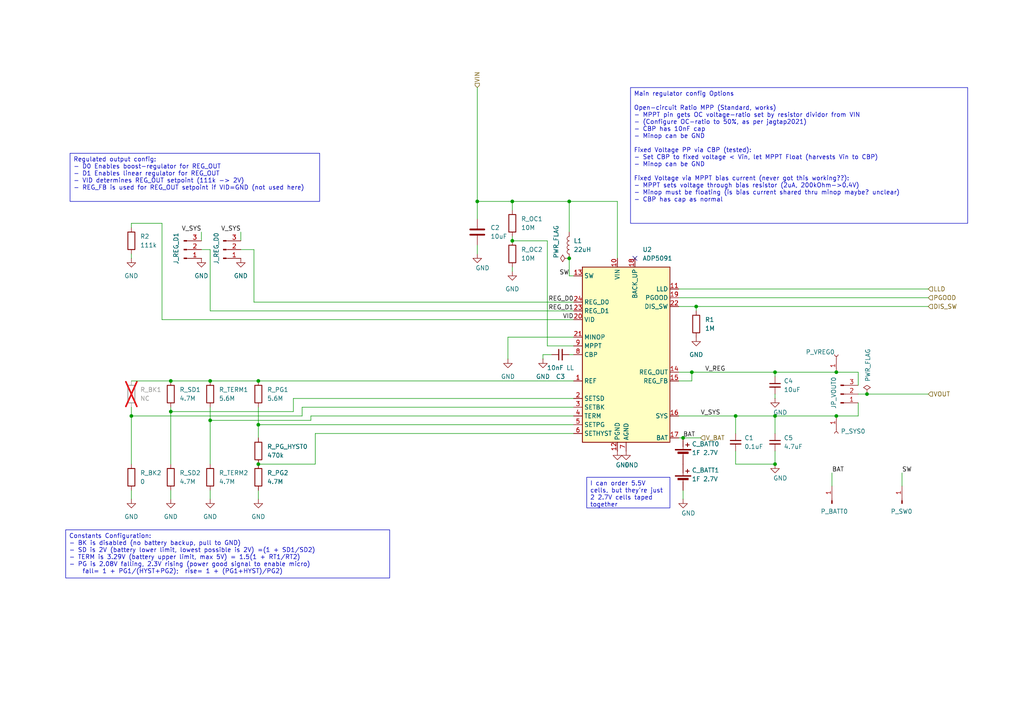
<source format=kicad_sch>
(kicad_sch (version 20231120) (generator "eeschema") (generator_version "8.0")
  (paper "A4")
  (title_block (title "Cathodic Protection Sensor Mk1") (date "2024-06-10") (rev "B"))
  (lib_symbols
    (symbol "Battery_Management:ADP5091"
      (property "Reference" "U2" (at 4.7341 30.48 0))
      (property "Value" "ADP5091" (at 4.7341 27.94 0))
      (symbol "ADP5091_0_1"
        (rectangle (start -12.7 25.4) (end 12.7 -25.4) (stroke (width 0.254)) (fill (type background)))
      )
      (symbol "ADP5091_1_1"
        (pin passive line (at -15.24 -7.62 0) (length 2.54) (name "REF") (number "1"))
        (pin power_in line (at -2.54 27.94 270) (length 2.54) (name "VIN") (number "10"))
        (pin output line (at 15.24 19.05 180) (length 2.54) (name "LLD") (number "11"))
        (pin power_in line (at -2.54 -27.94 90) (length 2.54) (name "PGND") (number "12"))
        (pin power_in line (at -15.24 22.86 0) (length 2.54) (name "SW") (number "13"))
        (pin power_out line (at 15.24 -5.08 180) (length 2.54) (name "REG_OUT") (number "14"))
        (pin input line (at 15.24 -7.62 180) (length 2.54) (name "REG_FB") (number "15"))
        (pin power_out line (at 15.24 -17.78 180) (length 2.54) (name "SYS") (number "16"))
        (pin power_out line (at 15.24 -24.13 180) (length 2.54) (name "BAT") (number "17"))
        (pin power_in line (at 2.54 27.94 270) (length 2.54) (name "BACK_UP") (number "18"))
        (pin output line (at 15.24 16.51 180) (length 2.54) (name "PGOOD") (number "19"))
        (pin passive line (at -15.24 -12.7 0) (length 2.54) (name "SETSD") (number "2"))
        (pin input line (at -15.24 10.16 0) (length 2.54) (name "VID") (number "20"))
        (pin passive line (at -15.24 5.08 0) (length 2.54) (name "MINOP") (number "21"))
        (pin input line (at 15.24 13.97 180) (length 2.54) (name "DIS_SW") (number "22"))
        (pin input line (at -15.24 12.7 0) (length 2.54) (name "REG_D1") (number "23"))
        (pin input line (at -15.24 15.24 0) (length 2.54) (name "REG_D0") (number "24"))
        (pin passive line (at 0 -27.94 90) (length 2.54) hide (name "AGND") (number "25"))
        (pin passive line (at -15.24 -15.24 0) (length 2.54) (name "SETBK") (number "3"))
        (pin passive line (at -15.24 -17.78 0) (length 2.54) (name "TERM") (number "4"))
        (pin passive line (at -15.24 -20.32 0) (length 2.54) (name "SETPG") (number "5"))
        (pin passive line (at -15.24 -22.86 0) (length 2.54) (name "SETHYST") (number "6"))
        (pin power_in line (at 0 -27.94 90) (length 2.54) (name "AGND") (number "7"))
        (pin passive line (at -15.24 0 0) (length 2.54) (name "CBP") (number "8"))
        (pin input line (at -15.24 2.54 0) (length 2.54) (name "MPPT") (number "9"))
      )
    )
    (symbol "Connector:Conn_01x01_Pin" (pin_names (offset 1.016) hide)
      (property "Reference" "J" (at 0 2.54 0))
      (property "Value" "Conn_01x01_Pin" (at 0 -2.54 0))
      (symbol "Conn_01x01_Pin_1_1"
        (polyline (pts (xy 1.27 0) (xy 0.8636 0)) (stroke (width 0.1524)))
        (rectangle (start 0.8636 0.127) (end 0 -0.127) (stroke (width 0.1524)) (fill (type outline)))
        (pin passive line (at 5.08 0 180) (length 3.81) (name "Pin_1") (number "1"))
      )
    )
    (symbol "Connector:Conn_01x01_Socket" (pin_names (offset 1.016) hide)
      (property "Reference" "J" (at 0 2.54 0))
      (property "Value" "Conn_01x01_Socket" (at 0 -2.54 0))
      (symbol "Conn_01x01_Socket_1_1"
        (polyline (pts (xy -1.27 0) (xy -0.508 0)) (stroke (width 0.1524)))
        (arc (start 0 0.508) (mid -0.5058 0) (end 0 -0.508) (stroke (width 0.1524)))
        (pin passive line (at -5.08 0 0) (length 3.81) (name "Pin_1") (number "1"))
      )
    )
    (symbol "Connector:Conn_01x03_Pin" (pin_names (offset 1.016) hide)
      (property "Reference" "J" (at 0 5.08 0))
      (property "Value" "Conn_01x03_Pin" (at 0 -5.08 0))
      (symbol "Conn_01x03_Pin_1_1"
        (polyline (pts (xy 1.27 -2.54) (xy 0.8636 -2.54)) (stroke (width 0.1524)))
        (polyline (pts (xy 1.27 0) (xy 0.8636 0)) (stroke (width 0.1524)))
        (polyline (pts (xy 1.27 2.54) (xy 0.8636 2.54)) (stroke (width 0.1524)))
        (rectangle (start 0.8636 -2.413) (end 0 -2.667) (stroke (width 0.1524)) (fill (type outline)))
        (rectangle (start 0.8636 0.127) (end 0 -0.127) (stroke (width 0.1524)) (fill (type outline)))
        (rectangle (start 0.8636 2.667) (end 0 2.413) (stroke (width 0.1524)) (fill (type outline)))
        (pin passive line (at 5.08 2.54 180) (length 3.81) (name "Pin_1") (number "1"))
        (pin passive line (at 5.08 0 180) (length 3.81) (name "Pin_2") (number "2"))
        (pin passive line (at 5.08 -2.54 180) (length 3.81) (name "Pin_3") (number "3"))
      )
    )
    (symbol "Device:Battery_Cell" (pin_numbers hide) (pin_names (offset 0) hide)
      (property "Reference" "BT" (at 2.54 2.54 0))
      (property "Value" "Battery_Cell" (at 2.54 0 0))
      (symbol "Battery_Cell_0_1"
        (rectangle (start -2.286 1.778) (end 2.286 1.524) (fill (type outline)))
        (rectangle (start -1.524 1.016) (end 1.524 0.508) (fill (type outline)))
        (polyline (pts (xy 0 0.762) (xy 0 0)))
        (polyline (pts (xy 0 1.778) (xy 0 2.54)))
        (polyline (pts (xy 0.762 3.048) (xy 1.778 3.048)) (stroke (width 0.254)))
        (polyline (pts (xy 1.27 3.556) (xy 1.27 2.54)) (stroke (width 0.254)))
      )
      (symbol "Battery_Cell_1_1"
        (pin passive line (at 0 5.08 270) (length 2.54) (name "+") (number "1"))
        (pin passive line (at 0 -2.54 90) (length 2.54) (name "-") (number "2"))
      )
    )
    (symbol "Device:C" (pin_numbers hide) (pin_names (offset 0.254))
      (property "Reference" "C" (at 0.635 2.54 0))
      (property "Value" "C" (at 0.635 -2.54 0))
      (symbol "C_0_1"
        (polyline (pts (xy -2.032 -0.762) (xy 2.032 -0.762)) (stroke (width 0.508)))
        (polyline (pts (xy -2.032 0.762) (xy 2.032 0.762)) (stroke (width 0.508)))
      )
      (symbol "C_1_1"
        (pin passive line (at 0 3.81 270) (length 2.794) (name "~") (number "1"))
        (pin passive line (at 0 -3.81 90) (length 2.794) (name "~") (number "2"))
      )
    )
    (symbol "Device:C_Small" (pin_numbers hide) (pin_names (offset 0.254) hide)
      (property "Reference" "C" (at 0.254 1.778 0))
      (property "Value" "C_Small" (at 0.254 -2.032 0))
      (symbol "C_Small_0_1"
        (polyline (pts (xy -1.524 -0.508) (xy 1.524 -0.508)) (stroke (width 0.3302)))
        (polyline (pts (xy -1.524 0.508) (xy 1.524 0.508)) (stroke (width 0.3048)))
      )
      (symbol "C_Small_1_1"
        (pin passive line (at 0 2.54 270) (length 2.032) (name "~") (number "1"))
        (pin passive line (at 0 -2.54 90) (length 2.032) (name "~") (number "2"))
      )
    )
    (symbol "Device:L" (pin_numbers hide) (pin_names (offset 1.016) hide)
      (property "Reference" "L" (at -1.27 0 90))
      (property "Value" "L" (at 1.905 0 90))
      (symbol "L_0_1"
        (arc (start 0 -2.54) (mid 0.6323 -1.905) (end 0 -1.27))
        (arc (start 0 -1.27) (mid 0.6323 -0.635) (end 0 0))
        (arc (start 0 0) (mid 0.6323 0.635) (end 0 1.27))
        (arc (start 0 1.27) (mid 0.6323 1.905) (end 0 2.54))
      )
      (symbol "L_1_1"
        (pin passive line (at 0 3.81 270) (length 1.27) (name "1") (number "1"))
        (pin passive line (at 0 -3.81 90) (length 1.27) (name "2") (number "2"))
      )
    )
    (symbol "Device:R" (pin_numbers hide) (pin_names (offset 0))
      (property "Reference" "R" (at 2.032 0 90))
      (property "Value" "R" (at 0 0 90))
      (symbol "R_0_1"
        (rectangle (start -1.016 -2.54) (end 1.016 2.54) (stroke (width 0.254)))
      )
      (symbol "R_1_1"
        (pin passive line (at 0 3.81 270) (length 1.27) (name "~") (number "1"))
        (pin passive line (at 0 -3.81 90) (length 1.27) (name "~") (number "2"))
      )
    )
    (symbol "power:GND" (power) (pin_numbers hide) (pin_names (offset 0) hide)
      (property "Value" "GND" (at 0 -3.81 0))
      (symbol "GND_0_1"
        (polyline (pts (xy 0 0) (xy 0 -1.27) (xy 1.27 -1.27) (xy 0 -2.54) (xy -1.27 -1.27) (xy 0 -1.27)))
      )
      (symbol "GND_1_1"
        (pin power_in line (at 0 0 270) (length 0) (name "~") (number "1"))
      )
    )
    (symbol "power:PWR_FLAG" (power) (pin_numbers hide) (pin_names (offset 0) hide)
      (property "Value" "PWR_FLAG" (at 0 3.81 0))
      (symbol "PWR_FLAG_0_0"
        (pin power_out line (at 0 0 90) (length 0) (name "~") (number "1"))
      )
      (symbol "PWR_FLAG_0_1"
        (polyline (pts (xy 0 0) (xy 0 1.27) (xy -1.016 1.905) (xy 0 2.54) (xy 1.016 1.905) (xy 0 1.27)))
      )
    )
  )
  (junction (at 224.79 134.62))
  (junction (at 165.1 58.42))
  (junction (at 251.46 114.3))
  (junction (at 200.66 107.95))
  (junction (at 49.53 110.49))
  (junction (at 74.93 123.19))
  (junction (at 148.59 69.85))
  (junction (at 224.79 107.95))
  (junction (at 198.12 127))
  (junction (at 60.96 110.49))
  (junction (at 224.79 120.65))
  (junction (at 201.93 88.9))
  (junction (at 74.93 134.62))
  (junction (at 213.36 120.65))
  (junction (at 60.96 121.92))
  (junction (at 242.57 107.95))
  (junction (at 38.1 120.65))
  (junction (at 148.59 58.42))
  (junction (at 49.53 119.38))
  (junction (at 165.1 74.93))
  (junction (at 74.93 110.49))
  (junction (at 138.43 58.42))
  (junction (at 242.57 120.65))
  (no_connect (at 184.15 74.93))
  (wire (pts (xy 38.1 120.65) (xy 87.63 120.65)))
  (wire (pts (xy 251.46 114.3) (xy 269.24 114.3)))
  (wire (pts (xy 165.1 102.87) (xy 166.37 102.87)))
  (wire (pts (xy 148.59 58.42) (xy 148.59 60.96)))
  (wire (pts (xy 38.1 64.77) (xy 38.1 66.04)))
  (wire (pts (xy 213.36 130.81) (xy 213.36 134.62)))
  (wire (pts (xy 166.37 118.11) (xy 87.63 118.11)))
  (wire (pts (xy 165.1 58.42) (xy 179.07 58.42)))
  (wire (pts (xy 179.07 58.42) (xy 179.07 74.93)))
  (wire (pts (xy 165.1 58.42) (xy 165.1 67.31)))
  (wire (pts (xy 49.53 110.49) (xy 60.96 110.49)))
  (wire (pts (xy 200.66 107.95) (xy 200.66 110.49)))
  (wire (pts (xy 248.92 116.84) (xy 248.92 120.65)))
  (wire (pts (xy 147.32 104.14) (xy 147.32 97.79)))
  (wire (pts (xy 158.75 69.85) (xy 158.75 100.33)))
  (wire (pts (xy 38.1 110.49) (xy 49.53 110.49)))
  (wire (pts (xy 60.96 110.49) (xy 74.93 110.49)))
  (wire (pts (xy 213.36 134.62) (xy 224.79 134.62)))
  (wire (pts (xy 165.1 74.93) (xy 165.1 80.01)))
  (wire (pts (xy 224.79 120.65) (xy 242.57 120.65)))
  (wire (pts (xy 224.79 107.95) (xy 242.57 107.95)))
  (wire (pts (xy 148.59 69.85) (xy 158.75 69.85)))
  (wire (pts (xy 224.79 114.3) (xy 224.79 115.57)))
  (wire (pts (xy 85.09 115.57) (xy 85.09 119.38)))
  (wire (pts (xy 69.85 67.31) (xy 69.85 69.85)))
  (wire (pts (xy 46.99 64.77) (xy 38.1 64.77)))
  (wire (pts (xy 248.92 120.65) (xy 242.57 120.65)))
  (wire (pts (xy 38.1 120.65) (xy 38.1 134.62)))
  (wire (pts (xy 157.48 102.87) (xy 160.02 102.87)))
  (wire (pts (xy 148.59 58.42) (xy 165.1 58.42)))
  (wire (pts (xy 74.93 123.19) (xy 166.37 123.19)))
  (wire (pts (xy 38.1 118.11) (xy 38.1 120.65)))
  (wire (pts (xy 157.48 102.87) (xy 157.48 104.14)))
  (wire (pts (xy 60.96 118.11) (xy 60.96 121.92)))
  (wire (pts (xy 196.85 110.49) (xy 200.66 110.49)))
  (wire (pts (xy 87.63 118.11) (xy 87.63 120.65)))
  (wire (pts (xy 138.43 58.42) (xy 148.59 58.42)))
  (wire (pts (xy 148.59 68.58) (xy 148.59 69.85)))
  (wire (pts (xy 241.3 137.16) (xy 241.3 140.97)))
  (wire (pts (xy 196.85 107.95) (xy 200.66 107.95)))
  (wire (pts (xy 91.44 134.62) (xy 74.93 134.62)))
  (wire (pts (xy 138.43 63.5) (xy 138.43 58.42)))
  (wire (pts (xy 73.66 87.63) (xy 166.37 87.63)))
  (wire (pts (xy 49.53 119.38) (xy 49.53 134.62)))
  (wire (pts (xy 213.36 120.65) (xy 224.79 120.65)))
  (wire (pts (xy 74.93 123.19) (xy 74.93 127)))
  (wire (pts (xy 46.99 92.71) (xy 46.99 64.77)))
  (wire (pts (xy 90.17 121.92) (xy 90.17 120.65)))
  (wire (pts (xy 69.85 72.39) (xy 73.66 72.39)))
  (wire (pts (xy 224.79 107.95) (xy 224.79 109.22)))
  (wire (pts (xy 196.85 88.9) (xy 201.93 88.9)))
  (wire (pts (xy 60.96 72.39) (xy 60.96 90.17)))
  (wire (pts (xy 198.12 142.24) (xy 198.12 144.78)))
  (wire (pts (xy 248.92 114.3) (xy 251.46 114.3)))
  (wire (pts (xy 91.44 134.62) (xy 91.44 125.73)))
  (wire (pts (xy 196.85 120.65) (xy 213.36 120.65)))
  (wire (pts (xy 138.43 25.4) (xy 138.43 58.42)))
  (wire (pts (xy 74.93 118.11) (xy 74.93 123.19)))
  (wire (pts (xy 60.96 142.24) (xy 60.96 144.78)))
  (wire (pts (xy 242.57 107.95) (xy 248.92 107.95)))
  (wire (pts (xy 73.66 72.39) (xy 73.66 87.63)))
  (wire (pts (xy 201.93 88.9) (xy 201.93 90.17)))
  (wire (pts (xy 38.1 73.66) (xy 38.1 74.93)))
  (wire (pts (xy 85.09 119.38) (xy 49.53 119.38)))
  (wire (pts (xy 196.85 127) (xy 198.12 127)))
  (wire (pts (xy 248.92 107.95) (xy 248.92 111.76)))
  (wire (pts (xy 74.93 110.49) (xy 166.37 110.49)))
  (wire (pts (xy 49.53 142.24) (xy 49.53 144.78)))
  (wire (pts (xy 196.85 83.82) (xy 269.24 83.82)))
  (wire (pts (xy 261.62 137.16) (xy 261.62 140.97)))
  (wire (pts (xy 213.36 120.65) (xy 213.36 125.73)))
  (wire (pts (xy 58.42 72.39) (xy 60.96 72.39)))
  (wire (pts (xy 158.75 100.33) (xy 166.37 100.33)))
  (wire (pts (xy 200.66 107.95) (xy 224.79 107.95)))
  (wire (pts (xy 49.53 118.11) (xy 49.53 119.38)))
  (wire (pts (xy 60.96 90.17) (xy 166.37 90.17)))
  (wire (pts (xy 147.32 97.79) (xy 166.37 97.79)))
  (wire (pts (xy 148.59 78.74) (xy 148.59 77.47)))
  (wire (pts (xy 74.93 142.24) (xy 74.93 144.78)))
  (wire (pts (xy 224.79 120.65) (xy 224.79 125.73)))
  (wire (pts (xy 224.79 130.81) (xy 224.79 134.62)))
  (wire (pts (xy 198.12 127) (xy 203.2 127)))
  (wire (pts (xy 58.42 67.31) (xy 58.42 69.85)))
  (wire (pts (xy 91.44 125.73) (xy 166.37 125.73)))
  (wire (pts (xy 90.17 121.92) (xy 60.96 121.92)))
  (wire (pts (xy 166.37 115.57) (xy 85.09 115.57)))
  (wire (pts (xy 38.1 142.24) (xy 38.1 144.78)))
  (wire (pts (xy 46.99 92.71) (xy 166.37 92.71)))
  (wire (pts (xy 196.85 86.36) (xy 269.24 86.36)))
  (wire (pts (xy 201.93 88.9) (xy 269.24 88.9)))
  (wire (pts (xy 90.17 120.65) (xy 166.37 120.65)))
  (wire (pts (xy 165.1 80.01) (xy 166.37 80.01)))
  (wire (pts (xy 60.96 121.92) (xy 60.96 134.62)))
  (wire (pts (xy 138.43 71.12) (xy 138.43 73.66)))
  (text_box "Constants Configuration:\n- BK is disabled (no battery backup, pull to GND)\n- SD is 2V (battery lower limit, lowest possible is 2V) =(1 + SD1/SD2)\n- TERM is 3.29V (battery upper limit, max 5V) = 1.5(1 + RT1/RT2)\n- PG is 2.08V falling, 2.3V rising (power good signal to enable micro)\n    fall= 1 + PG1/(HYST+PG2);  rise= 1 + (PG1+HYST)/PG2)\n" (at 19.05 153.67 0) (size 93.98 13.97) (effects (font (size 1.27 1.27)) (justify left top)))
  (text_box "I can order 5.5V cells, but they're just 2 2.7V cells taped together" (at 170.18 138.43 0) (size 24.13 8.89) (effects (font (size 1.27 1.27)) (justify left top)))
  (text_box "Main regulator config Options\n\nOpen-circuit Ratio MPP (Standard, works)\n- MPPT pin gets OC voltage-ratio set by resistor dividor from VIN\n- (Configure OC-ratio to 50%, as per jagtap2021)\n- CBP has 10nF cap\n- Minop can be GND\n\nFixed Voltage PP via CBP (tested):\n- Set CBP to fixed voltage < Vin, let MPPT Float (harvests Vin to CBP)\n- Minop can be GND\n\nFixed Voltage via MPPT bias current (never got this working??):\n- MPPT sets voltage through bias resistor (2uA, 200kOhm->0.4V)\n- Minop must be floating (is bias current shared thru minop maybe? unclear)\n- CBP has cap as normal" (at 182.88 25.4 0) (size 97.79 39.37) (effects (font (size 1.27 1.27)) (justify left top)))
  (text_box "Regulated output config:\n- D0 Enables boost-regulator for REG_OUT\n- D1 Enables linear regulator for REG_OUT\n- VID determines REG_OUT setpoint (111k -> 2V)\n- REG_FB is used for REG_OUT setpoint if VID=GND (not used here)" (at 20.32 44.45 0) (size 72.39 13.97) (effects (font (size 1.27 1.27)) (justify left top)))
  (label "REG_D1" (at 166.37 90.17 180))
  (label "BAT" (at 198.12 127 0))
  (label "V_SYS" (at 58.42 67.31 180))
  (label "BAT" (at 241.3 137.16 0))
  (label "SW" (at 261.62 137.16 0))
  (label "V_REG" (at 204.47 107.95 0))
  (label "SW" (at 165.1 80.01 180))
  (label "V_SYS" (at 203.2 120.65 0))
  (label "REG_D0" (at 166.37 87.63 180))
  (label "VID" (at 166.37 92.71 180))
  (label "V_SYS" (at 69.85 67.31 180))
  (hierarchical_label "VOUT" (shape input) (at 269.24 114.3 0))
  (hierarchical_label "LLD" (shape input) (at 269.24 83.82 0))
  (hierarchical_label "PGOOD" (shape input) (at 269.24 86.36 0))
  (hierarchical_label "DIS_SW" (shape input) (at 269.24 88.9 0))
  (hierarchical_label "V_BAT" (shape input) (at 203.2 127 0))
  (hierarchical_label "VIN" (shape input) (at 138.43 25.4 90))
  (symbol (lib_id "Device:R") (at 38.1 138.43 0) (unit 1)
    (property "Reference" "R_BK2" (at 40.64 137.1599 0) (effects (justify left)))
    (property "Value" "0" (at 40.64 139.6999 0) (effects (justify left)))
    (property "Footprint" "Resistor_THT:R_Axial_DIN0207_L6.3mm_D2.5mm_P10.16mm_Horizontal" (effects (hide yes)))
    (property "Description" "Resistor" (effects (hide yes)))
  )
  (symbol (lib_id "Device:C_Small") (at 213.36 128.27 0) (unit 1)
    (property "Reference" "C1" (at 215.9 127.0062 0) (effects (justify left)))
    (property "Value" "0.1uF" (at 215.9 129.5462 0) (effects (justify left)))
    (property "Footprint" "Capacitor_SMD:C_0603_1608Metric_Pad1.08x0.95mm_HandSolder" (effects (hide yes)))
    (property "Description" "Unpolarized capacitor, small symbol" (effects (hide yes)))
  )
  (symbol (lib_id "power:GND") (at 49.53 144.78 0) (unit 1)
    (property "Reference" "#PWR011" (effects (hide yes)))
    (property "Value" "GND" (at 49.53 149.86 0))
    (property "Description" "Power symbol creates a global label with name \"GND\" , ground" (effects (hide yes)))
  )
  (symbol (lib_id "Device:L") (at 165.1 71.12 180) (unit 1)
    (property "Reference" "L1" (at 166.37 69.8499 0) (effects (justify right)))
    (property "Value" "22uH" (at 166.37 72.3899 0) (effects (justify right)))
    (property "Footprint" "0JV_CPM_Footprints:IND_4818-WE-TPC_WRE" (effects (hide yes)))
    (property "Datasheet" "https://www.digikey.com/en/products/detail/w%C3%BCrth-elektronik/744042220/2931638" (effects (hide yes)))
    (property "Description" "Inductor" (effects (hide yes)))
    (property "PN" "744042220" (effects (hide yes)))
    (property "Digikey PN" "732-3657-1-ND" (effects (hide yes)))
  )
  (symbol (lib_id "power:GND") (at 147.32 104.14 0) (unit 1)
    (property "Reference" "#PWR02" (effects (hide yes)))
    (property "Value" "GND" (at 147.32 109.22 0))
    (property "Description" "Power symbol creates a global label with name \"GND\" , ground" (effects (hide yes)))
  )
  (symbol (lib_id "Device:R") (at 49.53 114.3 0) (unit 1)
    (property "Reference" "R_SD1" (at 52.07 113.0299 0) (effects (justify left)))
    (property "Value" "4.7M" (at 52.07 115.5699 0) (effects (justify left)))
    (property "Footprint" "Resistor_THT:R_Axial_DIN0207_L6.3mm_D2.5mm_P10.16mm_Horizontal" (effects (hide yes)))
    (property "Description" "Resistor" (effects (hide yes)))
  )
  (symbol (lib_id "Device:C_Small") (at 162.56 102.87 90) (mirror x) (unit 1)
    (property "Reference" "C3" (at 162.5663 109.22 90))
    (property "Value" "10nF LL" (at 162.5663 106.68 90))
    (property "Footprint" "Capacitor_SMD:C_0603_1608Metric_Pad1.08x0.95mm_HandSolder" (effects (hide yes)))
    (property "Datasheet" "https://www.digikey.com/en/products/detail/murata-electronics/GRT1885C1E103JA02J/13904823" (effects (hide yes)))
    (property "Description" "Must be low leakage capacitor for MPPT tracking" (effects (hide yes)))
    (property "PN" "GRT1885C1E103JA02J" (effects (hide yes)))
    (property "Digikey PN" "490-GRT1885C1E103JA02JCT-ND" (effects (hide yes)))
  )
  (symbol (lib_id "Connector:Conn_01x01_Pin") (at 261.62 146.05 90) (unit 1)
    (property "Reference" "P_SW0" (at 258.318 148.336 90) (effects (justify right)))
    (property "Value" "Conn_01x01_Pin" (effects (hide yes)))
    (property "Footprint" "Connector_PinHeader_2.54mm:PinHeader_1x01_P2.54mm_Vertical" (effects (hide yes)))
    (property "Description" "Generic connector, single row, 01x01, script generated" (effects (hide yes)))
  )
  (symbol (lib_id "power:GND") (at 181.61 130.81 0) (unit 1)
    (property "Reference" "#PWR015" (effects (hide yes)))
    (property "Value" "GND" (at 183.134 134.874 0))
    (property "Description" "Power symbol creates a global label with name \"GND\" , ground" (effects (hide yes)))
  )
  (symbol (lib_id "power:GND") (at 201.93 97.79 0) (unit 1)
    (property "Reference" "#PWR05" (effects (hide yes)))
    (property "Value" "GND" (at 201.93 102.87 0))
    (property "Description" "Power symbol creates a global label with name \"GND\" , ground" (effects (hide yes)))
  )
  (symbol (lib_id "Connector:Conn_01x03_Pin") (at 64.77 72.39 0) (mirror x) (unit 1)
    (property "Reference" "J_REG_D0" (at 62.738 76.708 90) (effects (justify right)))
    (property "Value" "Conn_01x03_Pin" (effects (hide yes)))
    (property "Footprint" "Connector_PinHeader_2.54mm:PinHeader_1x03_P2.54mm_Vertical" (effects (hide yes)))
    (property "Description" "Generic connector, single row, 01x03, script generated" (effects (hide yes)))
  )
  (symbol (lib_id "Device:R") (at 74.93 138.43 0) (unit 1)
    (property "Reference" "R_PG2" (at 77.47 137.1599 0) (effects (justify left)))
    (property "Value" "4.7M" (at 77.47 139.6999 0) (effects (justify left)))
    (property "Footprint" "Resistor_THT:R_Axial_DIN0207_L6.3mm_D2.5mm_P10.16mm_Horizontal" (effects (hide yes)))
    (property "Description" "Resistor" (effects (hide yes)))
  )
  (symbol (lib_id "power:GND") (at 148.59 78.74 0) (unit 1)
    (property "Reference" "#PWR07" (effects (hide yes)))
    (property "Value" "GND" (at 148.59 83.82 0))
    (property "Description" "Power symbol creates a global label with name \"GND\" , ground" (effects (hide yes)))
  )
  (symbol (lib_id "Connector:Conn_01x03_Pin") (at 243.84 114.3 0) (mirror x) (unit 1)
    (property "Reference" "JP_VOUT0" (at 241.808 118.618 90) (effects (justify right)))
    (property "Value" "Conn_01x03_Pin" (effects (hide yes)))
    (property "Footprint" "Connector_PinHeader_2.54mm:PinHeader_1x03_P2.54mm_Vertical" (effects (hide yes)))
    (property "Description" "Generic connector, single row, 01x03, script generated" (effects (hide yes)))
  )
  (symbol (lib_id "Device:C") (at 138.43 67.31 0) (unit 1)
    (property "Reference" "C2" (at 142.24 66.0399 0) (effects (justify left)))
    (property "Value" "10uF" (at 142.24 68.5799 0) (effects (justify left)))
    (property "Footprint" "Capacitor_SMD:C_0603_1608Metric_Pad1.08x0.95mm_HandSolder" (effects (hide yes)))
    (property "Description" "Unpolarized capacitor" (effects (hide yes)))
  )
  (symbol (lib_id "Connector:Conn_01x01_Pin") (at 241.3 146.05 90) (unit 1)
    (property "Reference" "P_BATT0" (at 237.998 148.336 90) (effects (justify right)))
    (property "Value" "Conn_01x01_Pin" (effects (hide yes)))
    (property "Footprint" "Connector_PinHeader_2.54mm:PinHeader_1x01_P2.54mm_Vertical" (effects (hide yes)))
    (property "Description" "Generic connector, single row, 01x01, script generated" (effects (hide yes)))
  )
  (symbol (lib_id "Device:R") (at 60.96 114.3 0) (unit 1)
    (property "Reference" "R_TERM1" (at 63.5 113.0299 0) (effects (justify left)))
    (property "Value" "5.6M" (at 63.5 115.5699 0) (effects (justify left)))
    (property "Footprint" "Resistor_THT:R_Axial_DIN0207_L6.3mm_D2.5mm_P10.16mm_Horizontal" (effects (hide yes)))
    (property "Description" "Resistor" (effects (hide yes)))
  )
  (symbol (lib_id "Device:R") (at 74.93 114.3 0) (unit 1)
    (property "Reference" "R_PG1" (at 77.47 113.0299 0) (effects (justify left)))
    (property "Value" "5.6M" (at 77.47 115.5699 0) (effects (justify left)))
    (property "Footprint" "Resistor_THT:R_Axial_DIN0207_L6.3mm_D2.5mm_P10.16mm_Horizontal" (effects (hide yes)))
    (property "Description" "Resistor" (effects (hide yes)))
  )
  (symbol (lib_id "power:GND") (at 60.96 144.78 0) (unit 1)
    (property "Reference" "#PWR013" (effects (hide yes)))
    (property "Value" "GND" (at 60.96 149.86 0))
    (property "Description" "Power symbol creates a global label with name \"GND\" , ground" (effects (hide yes)))
  )
  (symbol (lib_id "power:PWR_FLAG") (at 165.1 74.93 90) (unit 1)
    (property "Reference" "#FLG04" (effects (hide yes)))
    (property "Value" "PWR_FLAG" (at 161.29 74.9299 0) (effects (justify left)))
    (property "Description" "Special symbol for telling ERC where power comes from" (effects (hide yes)))
  )
  (symbol (lib_id "Device:C_Small") (at 224.79 111.76 0) (unit 1)
    (property "Reference" "C4" (at 227.33 110.4962 0) (effects (justify left)))
    (property "Value" "10uF" (at 227.33 113.0362 0) (effects (justify left)))
    (property "Footprint" "Capacitor_SMD:C_0603_1608Metric_Pad1.08x0.95mm_HandSolder" (effects (hide yes)))
    (property "Description" "Unpolarized capacitor, small symbol" (effects (hide yes)))
  )
  (symbol (lib_id "Device:R") (at 60.96 138.43 0) (unit 1)
    (property "Reference" "R_TERM2" (at 63.5 137.1599 0) (effects (justify left)))
    (property "Value" "4.7M" (at 63.5 139.6999 0) (effects (justify left)))
    (property "Footprint" "Resistor_THT:R_Axial_DIN0207_L6.3mm_D2.5mm_P10.16mm_Horizontal" (effects (hide yes)))
    (property "Description" "Resistor" (effects (hide yes)))
  )
  (symbol (lib_id "Device:R") (at 148.59 73.66 0) (unit 1)
    (property "Reference" "R_OC2" (at 151.13 72.3899 0) (effects (justify left)))
    (property "Value" "10M" (at 151.13 74.9299 0) (effects (justify left)))
    (property "Footprint" "Resistor_THT:R_Axial_DIN0207_L6.3mm_D2.5mm_P10.16mm_Horizontal" (effects (hide yes)))
    (property "Description" "Resistor" (effects (hide yes)))
  )
  (symbol (lib_id "Device:R") (at 74.93 130.81 0) (unit 1)
    (property "Reference" "R_PG_HYST0" (at 77.47 129.5399 0) (effects (justify left)))
    (property "Value" "470k" (at 77.47 132.0799 0) (effects (justify left)))
    (property "Footprint" "Resistor_THT:R_Axial_DIN0207_L6.3mm_D2.5mm_P10.16mm_Horizontal" (effects (hide yes)))
    (property "Description" "Resistor" (effects (hide yes)))
  )
  (symbol (lib_id "Connector:Conn_01x03_Pin") (at 53.34 72.39 0) (mirror x) (unit 1)
    (property "Reference" "J_REG_D1" (at 51.054 76.708 90) (effects (justify right)))
    (property "Value" "Conn_01x03_Pin" (effects (hide yes)))
    (property "Footprint" "Connector_PinHeader_2.54mm:PinHeader_1x03_P2.54mm_Vertical" (effects (hide yes)))
    (property "Description" "Generic connector, single row, 01x03, script generated" (effects (hide yes)))
  )
  (symbol (lib_id "power:PWR_FLAG") (at 251.46 114.3 0) (unit 1)
    (property "Reference" "#FLG06" (effects (hide yes)))
    (property "Value" "PWR_FLAG" (at 251.714 105.918 90))
    (property "Description" "Special symbol for telling ERC where power comes from" (effects (hide yes)))
  )
  (symbol (lib_id "power:GND") (at 198.12 144.78 0) (unit 1)
    (property "Reference" "#PWR020" (effects (hide yes)))
    (property "Value" "GND" (at 199.644 148.844 0))
    (property "Description" "Power symbol creates a global label with name \"GND\" , ground" (effects (hide yes)))
  )
  (symbol (lib_id "Device:R") (at 49.53 138.43 0) (unit 1)
    (property "Reference" "R_SD2" (at 52.07 137.1599 0) (effects (justify left)))
    (property "Value" "4.7M" (at 52.07 139.6999 0) (effects (justify left)))
    (property "Footprint" "Resistor_THT:R_Axial_DIN0207_L6.3mm_D2.5mm_P10.16mm_Horizontal" (effects (hide yes)))
    (property "Description" "Resistor" (effects (hide yes)))
  )
  (symbol (lib_id "Connector:Conn_01x01_Socket") (at 242.57 102.87 90) (unit 1)
    (property "Reference" "P_VREG0" (at 233.68 102.108 90) (effects (justify right)))
    (property "Value" "Conn_01x01_Socket" (effects (hide yes)))
    (property "Footprint" "Connector_PinHeader_2.54mm:PinHeader_1x01_P2.54mm_Vertical" (effects (hide yes)))
    (property "Description" "Generic connector, single row, 01x01, script generated" (effects (hide yes)))
  )
  (symbol (lib_id "Device:R") (at 38.1 114.3 0) (unit 1) (dnp yes)
    (property "Reference" "R_BK1" (at 40.64 113.0299 0) (effects (justify left)))
    (property "Value" "NC" (at 40.64 115.5699 0) (effects (justify left)))
    (property "Footprint" "Resistor_THT:R_Axial_DIN0207_L6.3mm_D2.5mm_P10.16mm_Horizontal" (effects (hide yes)))
    (property "Description" "Resistor" (effects (hide yes)))
  )
  (symbol (lib_id "power:GND") (at 38.1 74.93 0) (unit 1)
    (property "Reference" "#PWR010" (effects (hide yes)))
    (property "Value" "GND" (at 38.1 80.01 0))
    (property "Description" "Power symbol creates a global label with name \"GND\" , ground" (effects (hide yes)))
  )
  (symbol (lib_id "Device:C_Small") (at 224.79 128.27 0) (unit 1)
    (property "Reference" "C5" (at 227.33 127.0062 0) (effects (justify left)))
    (property "Value" "4.7uF" (at 227.33 129.5462 0) (effects (justify left)))
    (property "Footprint" "Capacitor_SMD:C_0603_1608Metric_Pad1.08x0.95mm_HandSolder" (effects (hide yes)))
    (property "Description" "Unpolarized capacitor, small symbol" (effects (hide yes)))
  )
  (symbol (lib_id "Device:R") (at 38.1 69.85 0) (unit 1)
    (property "Reference" "R2" (at 40.64 68.5799 0) (effects (justify left)))
    (property "Value" "111k" (at 40.64 71.1199 0) (effects (justify left)))
    (property "Footprint" "Resistor_SMD:R_0603_1608Metric_Pad0.98x0.95mm_HandSolder" (effects (hide yes)))
    (property "Description" "Resistor" (effects (hide yes)))
  )
  (symbol (lib_id "Device:Battery_Cell") (at 198.12 132.08 0) (unit 1)
    (property "Reference" "C_BATT0" (at 200.66 128.778 0) (effects (justify left)))
    (property "Value" "1F 2.7V" (at 200.66 131.318 0) (effects (justify left)))
    (property "Footprint" "Capacitor_THT:C_Radial_D8.0mm_H11.5mm_P3.50mm" (effects (hide yes)))
    (property "Datasheet" "https://www.digikey.com/en/products/detail/cornell-dubilier-knowles/DGH105Q2R7/7387508" (effects (hide yes)))
    (property "Description" "Supercapacitor" (effects (hide yes)))
    (property "PN" "DGH105Q2R7" (effects (hide yes)))
    (property "Digikey PN" "338-DGH105Q2R7-ND" (effects (hide yes)))
  )
  (symbol (lib_id "power:GND") (at 224.79 115.57 0) (unit 1)
    (property "Reference" "#PWR022" (effects (hide yes)))
    (property "Value" "GND" (at 226.314 119.634 0))
    (property "Description" "Power symbol creates a global label with name \"GND\" , ground" (effects (hide yes)))
  )
  (symbol (lib_id "power:GND") (at 74.93 144.78 0) (unit 1)
    (property "Reference" "#PWR014" (effects (hide yes)))
    (property "Value" "GND" (at 74.93 149.86 0))
    (property "Description" "Power symbol creates a global label with name \"GND\" , ground" (effects (hide yes)))
  )
  (symbol (lib_id "power:GND") (at 58.42 74.93 0) (unit 1)
    (property "Reference" "#PWR08" (effects (hide yes)))
    (property "Value" "GND" (at 58.42 80.01 0))
    (property "Description" "Power symbol creates a global label with name \"GND\" , ground" (effects (hide yes)))
  )
  (symbol (lib_id "power:GND") (at 69.85 74.93 0) (unit 1)
    (property "Reference" "#PWR09" (effects (hide yes)))
    (property "Value" "GND" (at 69.85 80.01 0))
    (property "Description" "Power symbol creates a global label with name \"GND\" , ground" (effects (hide yes)))
  )
  (symbol (lib_id "power:GND") (at 138.43 73.66 0) (unit 1)
    (property "Reference" "#PWR017" (effects (hide yes)))
    (property "Value" "GND" (at 139.954 77.724 0))
    (property "Description" "Power symbol creates a global label with name \"GND\" , ground" (effects (hide yes)))
  )
  (symbol (lib_id "Battery_Management:ADP5091") (at 181.61 102.87 0) (unit 1)
    (property "Reference" "U2" (at 186.3441 72.39 0) (effects (justify left)))
    (property "Value" "ADP5091" (at 186.3441 74.93 0) (effects (justify left)))
    (property "Footprint" "Package_CSP:LFCSP-24-1EP_4x4mm_P0.5mm_EP2.3x2.3mm" (effects (hide yes)))
    (property "Datasheet" "https://www.analog.com/media/en/technical-documentation/data-sheets/ADP5091-5092.pdf" (effects (hide yes)))
    (property "Description" "Ultralow Power Energy Harvester PMUs with MPPT and Charge Management, LFCSP-24" (effects (hide yes)))
  )
  (symbol (lib_id "Device:Battery_Cell") (at 198.12 139.7 0) (unit 1)
    (property "Reference" "C_BATT1" (at 200.66 136.398 0) (effects (justify left)))
    (property "Value" "1F 2.7V" (at 200.66 138.938 0) (effects (justify left)))
    (property "Footprint" "Capacitor_THT:C_Radial_D8.0mm_H11.5mm_P3.50mm" (effects (hide yes)))
    (property "Datasheet" "https://www.digikey.com/en/products/detail/cornell-dubilier-knowles/DGH105Q2R7/7387508" (effects (hide yes)))
    (property "Description" "Supercapacitor" (effects (hide yes)))
    (property "PN" "DGH105Q2R7" (effects (hide yes)))
    (property "Digikey PN" "338-DGH105Q2R7-ND" (effects (hide yes)))
  )
  (symbol (lib_id "Device:R") (at 148.59 64.77 0) (unit 1)
    (property "Reference" "R_OC1" (at 151.13 63.4999 0) (effects (justify left)))
    (property "Value" "10M" (at 151.13 66.0399 0) (effects (justify left)))
    (property "Footprint" "Resistor_THT:R_Axial_DIN0207_L6.3mm_D2.5mm_P10.16mm_Horizontal" (effects (hide yes)))
    (property "Description" "Resistor" (effects (hide yes)))
  )
  (symbol (lib_id "power:GND") (at 157.48 104.14 0) (unit 1)
    (property "Reference" "#PWR06" (effects (hide yes)))
    (property "Value" "GND" (at 157.48 109.22 0))
    (property "Description" "Power symbol creates a global label with name \"GND\" , ground" (effects (hide yes)))
  )
  (symbol (lib_id "Device:R") (at 201.93 93.98 0) (unit 1)
    (property "Reference" "R1" (at 204.47 92.7099 0) (effects (justify left)))
    (property "Value" "1M" (at 204.47 95.2499 0) (effects (justify left)))
    (property "Footprint" "Resistor_SMD:R_0603_1608Metric_Pad0.98x0.95mm_HandSolder" (effects (hide yes)))
    (property "Description" "Resistor" (effects (hide yes)))
  )
  (symbol (lib_id "power:GND") (at 179.07 130.81 0) (unit 1)
    (property "Reference" "#PWR027" (effects (hide yes)))
    (property "Value" "GND" (at 180.594 134.874 0))
    (property "Description" "Power symbol creates a global label with name \"GND\" , ground" (effects (hide yes)))
  )
  (symbol (lib_id "power:GND") (at 38.1 144.78 0) (unit 1)
    (property "Reference" "#PWR012" (effects (hide yes)))
    (property "Value" "GND" (at 38.1 149.86 0))
    (property "Description" "Power symbol creates a global label with name \"GND\" , ground" (effects (hide yes)))
  )
  (symbol (lib_id "Connector:Conn_01x01_Socket") (at 242.57 125.73 270) (unit 1)
    (property "Reference" "P_SYS0" (at 243.84 125.0949 90) (effects (justify left)))
    (property "Value" "Conn_01x01_Socket" (effects (hide yes)))
    (property "Footprint" "Connector_PinHeader_2.54mm:PinHeader_1x01_P2.54mm_Vertical" (effects (hide yes)))
    (property "Description" "Generic connector, single row, 01x01, script generated" (effects (hide yes)))
  )
  (symbol (lib_id "power:GND") (at 224.79 134.62 0) (unit 1)
    (property "Reference" "#PWR021" (effects (hide yes)))
    (property "Value" "GND" (at 226.314 138.684 0))
    (property "Description" "Power symbol creates a global label with name \"GND\" , ground" (effects (hide yes)))
  )
)
</source>
